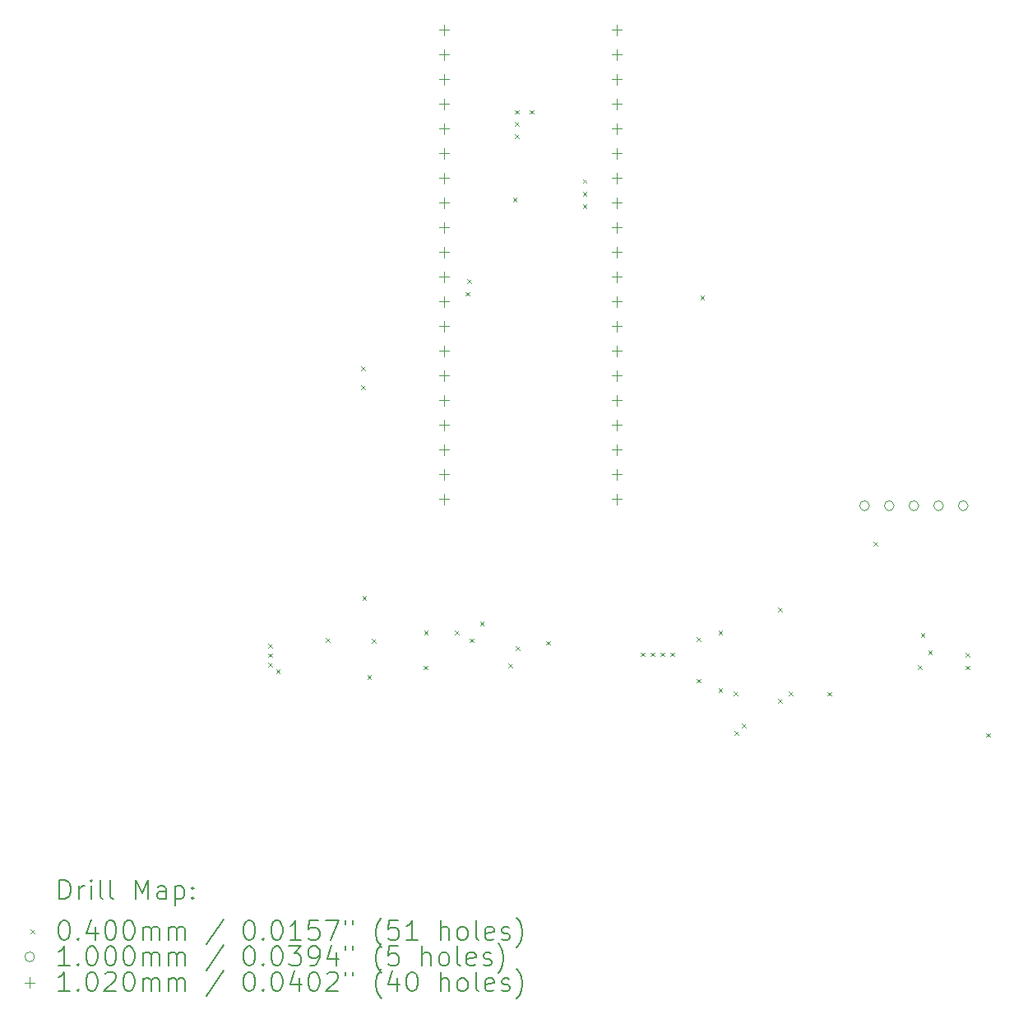
<source format=gbr>
%FSLAX45Y45*%
G04 Gerber Fmt 4.5, Leading zero omitted, Abs format (unit mm)*
G04 Created by KiCad (PCBNEW (6.0.6)) date 2022-07-23 12:01:06*
%MOMM*%
%LPD*%
G01*
G04 APERTURE LIST*
%ADD10C,0.200000*%
%ADD11C,0.040000*%
%ADD12C,0.100000*%
%ADD13C,0.102000*%
G04 APERTURE END LIST*
D10*
D11*
X11029632Y-11167448D02*
X11069632Y-11207448D01*
X11069632Y-11167448D02*
X11029632Y-11207448D01*
X11030008Y-11067498D02*
X11070008Y-11107498D01*
X11070008Y-11067498D02*
X11030008Y-11107498D01*
X11031847Y-11267694D02*
X11071847Y-11307694D01*
X11071847Y-11267694D02*
X11031847Y-11307694D01*
X11110000Y-11330000D02*
X11150000Y-11370000D01*
X11150000Y-11330000D02*
X11110000Y-11370000D01*
X11625000Y-11010000D02*
X11665000Y-11050000D01*
X11665000Y-11010000D02*
X11625000Y-11050000D01*
X11985000Y-8220000D02*
X12025000Y-8260000D01*
X12025000Y-8220000D02*
X11985000Y-8260000D01*
X11990000Y-8410000D02*
X12030000Y-8450000D01*
X12030000Y-8410000D02*
X11990000Y-8450000D01*
X12000000Y-10580000D02*
X12040000Y-10620000D01*
X12040000Y-10580000D02*
X12000000Y-10620000D01*
X12050000Y-11390000D02*
X12090000Y-11430000D01*
X12090000Y-11390000D02*
X12050000Y-11430000D01*
X12095000Y-11020000D02*
X12135000Y-11060000D01*
X12135000Y-11020000D02*
X12095000Y-11060000D01*
X12630000Y-11295000D02*
X12670000Y-11335000D01*
X12670000Y-11295000D02*
X12630000Y-11335000D01*
X12635000Y-10935050D02*
X12675000Y-10975050D01*
X12675000Y-10935050D02*
X12635000Y-10975050D01*
X12950000Y-10935050D02*
X12990000Y-10975050D01*
X12990000Y-10935050D02*
X12950000Y-10975050D01*
X13060000Y-7450000D02*
X13100000Y-7490000D01*
X13100000Y-7450000D02*
X13060000Y-7490000D01*
X13080000Y-7320000D02*
X13120000Y-7360000D01*
X13120000Y-7320000D02*
X13080000Y-7360000D01*
X13105000Y-11014950D02*
X13145000Y-11054950D01*
X13145000Y-11014950D02*
X13105000Y-11054950D01*
X13210000Y-10840000D02*
X13250000Y-10880000D01*
X13250000Y-10840000D02*
X13210000Y-10880000D01*
X13505100Y-11275000D02*
X13545100Y-11315000D01*
X13545100Y-11275000D02*
X13505100Y-11315000D01*
X13550000Y-6480000D02*
X13590000Y-6520000D01*
X13590000Y-6480000D02*
X13550000Y-6520000D01*
X13570000Y-5580000D02*
X13610000Y-5620000D01*
X13610000Y-5580000D02*
X13570000Y-5620000D01*
X13570000Y-5700000D02*
X13610000Y-5740000D01*
X13610000Y-5700000D02*
X13570000Y-5740000D01*
X13570000Y-5830000D02*
X13610000Y-5870000D01*
X13610000Y-5830000D02*
X13570000Y-5870000D01*
X13580000Y-11095000D02*
X13620000Y-11135000D01*
X13620000Y-11095000D02*
X13580000Y-11135000D01*
X13720000Y-5580000D02*
X13760000Y-5620000D01*
X13760000Y-5580000D02*
X13720000Y-5620000D01*
X13890000Y-11040000D02*
X13930000Y-11080000D01*
X13930000Y-11040000D02*
X13890000Y-11080000D01*
X14270000Y-6290000D02*
X14310000Y-6330000D01*
X14310000Y-6290000D02*
X14270000Y-6330000D01*
X14270000Y-6420000D02*
X14310000Y-6460000D01*
X14310000Y-6420000D02*
X14270000Y-6460000D01*
X14270000Y-6550000D02*
X14310000Y-6590000D01*
X14310000Y-6550000D02*
X14270000Y-6590000D01*
X14868842Y-11158783D02*
X14908842Y-11198783D01*
X14908842Y-11158783D02*
X14868842Y-11198783D01*
X14968792Y-11158648D02*
X15008792Y-11198648D01*
X15008792Y-11158648D02*
X14968792Y-11198648D01*
X15068742Y-11158798D02*
X15108742Y-11198798D01*
X15108742Y-11158798D02*
X15068742Y-11198798D01*
X15170000Y-11160000D02*
X15210000Y-11200000D01*
X15210000Y-11160000D02*
X15170000Y-11200000D01*
X15440000Y-11000000D02*
X15480000Y-11040000D01*
X15480000Y-11000000D02*
X15440000Y-11040000D01*
X15440000Y-11430000D02*
X15480000Y-11470000D01*
X15480000Y-11430000D02*
X15440000Y-11470000D01*
X15480000Y-7490000D02*
X15520000Y-7530000D01*
X15520000Y-7490000D02*
X15480000Y-7530000D01*
X15665000Y-10935000D02*
X15705000Y-10975000D01*
X15705000Y-10935000D02*
X15665000Y-10975000D01*
X15665000Y-11530000D02*
X15705000Y-11570000D01*
X15705000Y-11530000D02*
X15665000Y-11570000D01*
X15820000Y-11560000D02*
X15860000Y-11600000D01*
X15860000Y-11560000D02*
X15820000Y-11600000D01*
X15830000Y-11970000D02*
X15870000Y-12010000D01*
X15870000Y-11970000D02*
X15830000Y-12010000D01*
X15910000Y-11890000D02*
X15950000Y-11930000D01*
X15950000Y-11890000D02*
X15910000Y-11930000D01*
X16280000Y-10700000D02*
X16320000Y-10740000D01*
X16320000Y-10700000D02*
X16280000Y-10740000D01*
X16280000Y-11640000D02*
X16320000Y-11680000D01*
X16320000Y-11640000D02*
X16280000Y-11680000D01*
X16390000Y-11560000D02*
X16430000Y-11600000D01*
X16430000Y-11560000D02*
X16390000Y-11600000D01*
X16785000Y-11565000D02*
X16825000Y-11605000D01*
X16825000Y-11565000D02*
X16785000Y-11605000D01*
X17260000Y-10020000D02*
X17300000Y-10060000D01*
X17300000Y-10020000D02*
X17260000Y-10060000D01*
X17720000Y-11290000D02*
X17760000Y-11330000D01*
X17760000Y-11290000D02*
X17720000Y-11330000D01*
X17750000Y-10960000D02*
X17790000Y-11000000D01*
X17790000Y-10960000D02*
X17750000Y-11000000D01*
X17825000Y-11135000D02*
X17865000Y-11175000D01*
X17865000Y-11135000D02*
X17825000Y-11175000D01*
X18207550Y-11295000D02*
X18247550Y-11335000D01*
X18247550Y-11295000D02*
X18207550Y-11335000D01*
X18210000Y-11165000D02*
X18250000Y-11205000D01*
X18250000Y-11165000D02*
X18210000Y-11205000D01*
X18420000Y-11990000D02*
X18460000Y-12030000D01*
X18460000Y-11990000D02*
X18420000Y-12030000D01*
D12*
X17220000Y-9650000D02*
G75*
G03*
X17220000Y-9650000I-50000J0D01*
G01*
X17474000Y-9650000D02*
G75*
G03*
X17474000Y-9650000I-50000J0D01*
G01*
X17728000Y-9650000D02*
G75*
G03*
X17728000Y-9650000I-50000J0D01*
G01*
X17982000Y-9650000D02*
G75*
G03*
X17982000Y-9650000I-50000J0D01*
G01*
X18236000Y-9650000D02*
G75*
G03*
X18236000Y-9650000I-50000J0D01*
G01*
D13*
X12841000Y-4706000D02*
X12841000Y-4808000D01*
X12790000Y-4757000D02*
X12892000Y-4757000D01*
X12841000Y-4960000D02*
X12841000Y-5062000D01*
X12790000Y-5011000D02*
X12892000Y-5011000D01*
X12841000Y-5214000D02*
X12841000Y-5316000D01*
X12790000Y-5265000D02*
X12892000Y-5265000D01*
X12841000Y-5468000D02*
X12841000Y-5570000D01*
X12790000Y-5519000D02*
X12892000Y-5519000D01*
X12841000Y-5722000D02*
X12841000Y-5824000D01*
X12790000Y-5773000D02*
X12892000Y-5773000D01*
X12841000Y-5976000D02*
X12841000Y-6078000D01*
X12790000Y-6027000D02*
X12892000Y-6027000D01*
X12841000Y-6230000D02*
X12841000Y-6332000D01*
X12790000Y-6281000D02*
X12892000Y-6281000D01*
X12841000Y-6484000D02*
X12841000Y-6586000D01*
X12790000Y-6535000D02*
X12892000Y-6535000D01*
X12841000Y-6738000D02*
X12841000Y-6840000D01*
X12790000Y-6789000D02*
X12892000Y-6789000D01*
X12841000Y-6992000D02*
X12841000Y-7094000D01*
X12790000Y-7043000D02*
X12892000Y-7043000D01*
X12841000Y-7246000D02*
X12841000Y-7348000D01*
X12790000Y-7297000D02*
X12892000Y-7297000D01*
X12841000Y-7500000D02*
X12841000Y-7602000D01*
X12790000Y-7551000D02*
X12892000Y-7551000D01*
X12841000Y-7754000D02*
X12841000Y-7856000D01*
X12790000Y-7805000D02*
X12892000Y-7805000D01*
X12841000Y-8008000D02*
X12841000Y-8110000D01*
X12790000Y-8059000D02*
X12892000Y-8059000D01*
X12841000Y-8262000D02*
X12841000Y-8364000D01*
X12790000Y-8313000D02*
X12892000Y-8313000D01*
X12841000Y-8516000D02*
X12841000Y-8618000D01*
X12790000Y-8567000D02*
X12892000Y-8567000D01*
X12841000Y-8770000D02*
X12841000Y-8872000D01*
X12790000Y-8821000D02*
X12892000Y-8821000D01*
X12841000Y-9024000D02*
X12841000Y-9126000D01*
X12790000Y-9075000D02*
X12892000Y-9075000D01*
X12841000Y-9278000D02*
X12841000Y-9380000D01*
X12790000Y-9329000D02*
X12892000Y-9329000D01*
X12841000Y-9532000D02*
X12841000Y-9634000D01*
X12790000Y-9583000D02*
X12892000Y-9583000D01*
X14619000Y-4706000D02*
X14619000Y-4808000D01*
X14568000Y-4757000D02*
X14670000Y-4757000D01*
X14619000Y-4960000D02*
X14619000Y-5062000D01*
X14568000Y-5011000D02*
X14670000Y-5011000D01*
X14619000Y-5214000D02*
X14619000Y-5316000D01*
X14568000Y-5265000D02*
X14670000Y-5265000D01*
X14619000Y-5468000D02*
X14619000Y-5570000D01*
X14568000Y-5519000D02*
X14670000Y-5519000D01*
X14619000Y-5722000D02*
X14619000Y-5824000D01*
X14568000Y-5773000D02*
X14670000Y-5773000D01*
X14619000Y-5976000D02*
X14619000Y-6078000D01*
X14568000Y-6027000D02*
X14670000Y-6027000D01*
X14619000Y-6230000D02*
X14619000Y-6332000D01*
X14568000Y-6281000D02*
X14670000Y-6281000D01*
X14619000Y-6484000D02*
X14619000Y-6586000D01*
X14568000Y-6535000D02*
X14670000Y-6535000D01*
X14619000Y-6738000D02*
X14619000Y-6840000D01*
X14568000Y-6789000D02*
X14670000Y-6789000D01*
X14619000Y-6992000D02*
X14619000Y-7094000D01*
X14568000Y-7043000D02*
X14670000Y-7043000D01*
X14619000Y-7246000D02*
X14619000Y-7348000D01*
X14568000Y-7297000D02*
X14670000Y-7297000D01*
X14619000Y-7500000D02*
X14619000Y-7602000D01*
X14568000Y-7551000D02*
X14670000Y-7551000D01*
X14619000Y-7754000D02*
X14619000Y-7856000D01*
X14568000Y-7805000D02*
X14670000Y-7805000D01*
X14619000Y-8008000D02*
X14619000Y-8110000D01*
X14568000Y-8059000D02*
X14670000Y-8059000D01*
X14619000Y-8262000D02*
X14619000Y-8364000D01*
X14568000Y-8313000D02*
X14670000Y-8313000D01*
X14619000Y-8516000D02*
X14619000Y-8618000D01*
X14568000Y-8567000D02*
X14670000Y-8567000D01*
X14619000Y-8770000D02*
X14619000Y-8872000D01*
X14568000Y-8821000D02*
X14670000Y-8821000D01*
X14619000Y-9024000D02*
X14619000Y-9126000D01*
X14568000Y-9075000D02*
X14670000Y-9075000D01*
X14619000Y-9278000D02*
X14619000Y-9380000D01*
X14568000Y-9329000D02*
X14670000Y-9329000D01*
X14619000Y-9532000D02*
X14619000Y-9634000D01*
X14568000Y-9583000D02*
X14670000Y-9583000D01*
D10*
X8882633Y-13695682D02*
X8882633Y-13495682D01*
X8930252Y-13495682D01*
X8958824Y-13505206D01*
X8977871Y-13524254D01*
X8987395Y-13543301D01*
X8996919Y-13581396D01*
X8996919Y-13609968D01*
X8987395Y-13648063D01*
X8977871Y-13667111D01*
X8958824Y-13686158D01*
X8930252Y-13695682D01*
X8882633Y-13695682D01*
X9082633Y-13695682D02*
X9082633Y-13562349D01*
X9082633Y-13600444D02*
X9092157Y-13581396D01*
X9101681Y-13571873D01*
X9120728Y-13562349D01*
X9139776Y-13562349D01*
X9206443Y-13695682D02*
X9206443Y-13562349D01*
X9206443Y-13495682D02*
X9196919Y-13505206D01*
X9206443Y-13514730D01*
X9215966Y-13505206D01*
X9206443Y-13495682D01*
X9206443Y-13514730D01*
X9330252Y-13695682D02*
X9311204Y-13686158D01*
X9301681Y-13667111D01*
X9301681Y-13495682D01*
X9435014Y-13695682D02*
X9415966Y-13686158D01*
X9406443Y-13667111D01*
X9406443Y-13495682D01*
X9663585Y-13695682D02*
X9663585Y-13495682D01*
X9730252Y-13638539D01*
X9796919Y-13495682D01*
X9796919Y-13695682D01*
X9977871Y-13695682D02*
X9977871Y-13590920D01*
X9968347Y-13571873D01*
X9949300Y-13562349D01*
X9911204Y-13562349D01*
X9892157Y-13571873D01*
X9977871Y-13686158D02*
X9958824Y-13695682D01*
X9911204Y-13695682D01*
X9892157Y-13686158D01*
X9882633Y-13667111D01*
X9882633Y-13648063D01*
X9892157Y-13629015D01*
X9911204Y-13619492D01*
X9958824Y-13619492D01*
X9977871Y-13609968D01*
X10073109Y-13562349D02*
X10073109Y-13762349D01*
X10073109Y-13571873D02*
X10092157Y-13562349D01*
X10130252Y-13562349D01*
X10149300Y-13571873D01*
X10158824Y-13581396D01*
X10168347Y-13600444D01*
X10168347Y-13657587D01*
X10158824Y-13676634D01*
X10149300Y-13686158D01*
X10130252Y-13695682D01*
X10092157Y-13695682D01*
X10073109Y-13686158D01*
X10254062Y-13676634D02*
X10263585Y-13686158D01*
X10254062Y-13695682D01*
X10244538Y-13686158D01*
X10254062Y-13676634D01*
X10254062Y-13695682D01*
X10254062Y-13571873D02*
X10263585Y-13581396D01*
X10254062Y-13590920D01*
X10244538Y-13581396D01*
X10254062Y-13571873D01*
X10254062Y-13590920D01*
D11*
X8585014Y-14005206D02*
X8625014Y-14045206D01*
X8625014Y-14005206D02*
X8585014Y-14045206D01*
D10*
X8920728Y-13915682D02*
X8939776Y-13915682D01*
X8958824Y-13925206D01*
X8968347Y-13934730D01*
X8977871Y-13953777D01*
X8987395Y-13991873D01*
X8987395Y-14039492D01*
X8977871Y-14077587D01*
X8968347Y-14096634D01*
X8958824Y-14106158D01*
X8939776Y-14115682D01*
X8920728Y-14115682D01*
X8901681Y-14106158D01*
X8892157Y-14096634D01*
X8882633Y-14077587D01*
X8873109Y-14039492D01*
X8873109Y-13991873D01*
X8882633Y-13953777D01*
X8892157Y-13934730D01*
X8901681Y-13925206D01*
X8920728Y-13915682D01*
X9073109Y-14096634D02*
X9082633Y-14106158D01*
X9073109Y-14115682D01*
X9063585Y-14106158D01*
X9073109Y-14096634D01*
X9073109Y-14115682D01*
X9254062Y-13982349D02*
X9254062Y-14115682D01*
X9206443Y-13906158D02*
X9158824Y-14049015D01*
X9282633Y-14049015D01*
X9396919Y-13915682D02*
X9415966Y-13915682D01*
X9435014Y-13925206D01*
X9444538Y-13934730D01*
X9454062Y-13953777D01*
X9463585Y-13991873D01*
X9463585Y-14039492D01*
X9454062Y-14077587D01*
X9444538Y-14096634D01*
X9435014Y-14106158D01*
X9415966Y-14115682D01*
X9396919Y-14115682D01*
X9377871Y-14106158D01*
X9368347Y-14096634D01*
X9358824Y-14077587D01*
X9349300Y-14039492D01*
X9349300Y-13991873D01*
X9358824Y-13953777D01*
X9368347Y-13934730D01*
X9377871Y-13925206D01*
X9396919Y-13915682D01*
X9587395Y-13915682D02*
X9606443Y-13915682D01*
X9625490Y-13925206D01*
X9635014Y-13934730D01*
X9644538Y-13953777D01*
X9654062Y-13991873D01*
X9654062Y-14039492D01*
X9644538Y-14077587D01*
X9635014Y-14096634D01*
X9625490Y-14106158D01*
X9606443Y-14115682D01*
X9587395Y-14115682D01*
X9568347Y-14106158D01*
X9558824Y-14096634D01*
X9549300Y-14077587D01*
X9539776Y-14039492D01*
X9539776Y-13991873D01*
X9549300Y-13953777D01*
X9558824Y-13934730D01*
X9568347Y-13925206D01*
X9587395Y-13915682D01*
X9739776Y-14115682D02*
X9739776Y-13982349D01*
X9739776Y-14001396D02*
X9749300Y-13991873D01*
X9768347Y-13982349D01*
X9796919Y-13982349D01*
X9815966Y-13991873D01*
X9825490Y-14010920D01*
X9825490Y-14115682D01*
X9825490Y-14010920D02*
X9835014Y-13991873D01*
X9854062Y-13982349D01*
X9882633Y-13982349D01*
X9901681Y-13991873D01*
X9911204Y-14010920D01*
X9911204Y-14115682D01*
X10006443Y-14115682D02*
X10006443Y-13982349D01*
X10006443Y-14001396D02*
X10015966Y-13991873D01*
X10035014Y-13982349D01*
X10063585Y-13982349D01*
X10082633Y-13991873D01*
X10092157Y-14010920D01*
X10092157Y-14115682D01*
X10092157Y-14010920D02*
X10101681Y-13991873D01*
X10120728Y-13982349D01*
X10149300Y-13982349D01*
X10168347Y-13991873D01*
X10177871Y-14010920D01*
X10177871Y-14115682D01*
X10568347Y-13906158D02*
X10396919Y-14163301D01*
X10825490Y-13915682D02*
X10844538Y-13915682D01*
X10863585Y-13925206D01*
X10873109Y-13934730D01*
X10882633Y-13953777D01*
X10892157Y-13991873D01*
X10892157Y-14039492D01*
X10882633Y-14077587D01*
X10873109Y-14096634D01*
X10863585Y-14106158D01*
X10844538Y-14115682D01*
X10825490Y-14115682D01*
X10806443Y-14106158D01*
X10796919Y-14096634D01*
X10787395Y-14077587D01*
X10777871Y-14039492D01*
X10777871Y-13991873D01*
X10787395Y-13953777D01*
X10796919Y-13934730D01*
X10806443Y-13925206D01*
X10825490Y-13915682D01*
X10977871Y-14096634D02*
X10987395Y-14106158D01*
X10977871Y-14115682D01*
X10968347Y-14106158D01*
X10977871Y-14096634D01*
X10977871Y-14115682D01*
X11111204Y-13915682D02*
X11130252Y-13915682D01*
X11149300Y-13925206D01*
X11158824Y-13934730D01*
X11168347Y-13953777D01*
X11177871Y-13991873D01*
X11177871Y-14039492D01*
X11168347Y-14077587D01*
X11158824Y-14096634D01*
X11149300Y-14106158D01*
X11130252Y-14115682D01*
X11111204Y-14115682D01*
X11092157Y-14106158D01*
X11082633Y-14096634D01*
X11073109Y-14077587D01*
X11063585Y-14039492D01*
X11063585Y-13991873D01*
X11073109Y-13953777D01*
X11082633Y-13934730D01*
X11092157Y-13925206D01*
X11111204Y-13915682D01*
X11368347Y-14115682D02*
X11254062Y-14115682D01*
X11311204Y-14115682D02*
X11311204Y-13915682D01*
X11292157Y-13944254D01*
X11273109Y-13963301D01*
X11254062Y-13972825D01*
X11549300Y-13915682D02*
X11454062Y-13915682D01*
X11444538Y-14010920D01*
X11454062Y-14001396D01*
X11473109Y-13991873D01*
X11520728Y-13991873D01*
X11539776Y-14001396D01*
X11549300Y-14010920D01*
X11558823Y-14029968D01*
X11558823Y-14077587D01*
X11549300Y-14096634D01*
X11539776Y-14106158D01*
X11520728Y-14115682D01*
X11473109Y-14115682D01*
X11454062Y-14106158D01*
X11444538Y-14096634D01*
X11625490Y-13915682D02*
X11758823Y-13915682D01*
X11673109Y-14115682D01*
X11825490Y-13915682D02*
X11825490Y-13953777D01*
X11901681Y-13915682D02*
X11901681Y-13953777D01*
X12196919Y-14191873D02*
X12187395Y-14182349D01*
X12168347Y-14153777D01*
X12158823Y-14134730D01*
X12149300Y-14106158D01*
X12139776Y-14058539D01*
X12139776Y-14020444D01*
X12149300Y-13972825D01*
X12158823Y-13944254D01*
X12168347Y-13925206D01*
X12187395Y-13896634D01*
X12196919Y-13887111D01*
X12368347Y-13915682D02*
X12273109Y-13915682D01*
X12263585Y-14010920D01*
X12273109Y-14001396D01*
X12292157Y-13991873D01*
X12339776Y-13991873D01*
X12358823Y-14001396D01*
X12368347Y-14010920D01*
X12377871Y-14029968D01*
X12377871Y-14077587D01*
X12368347Y-14096634D01*
X12358823Y-14106158D01*
X12339776Y-14115682D01*
X12292157Y-14115682D01*
X12273109Y-14106158D01*
X12263585Y-14096634D01*
X12568347Y-14115682D02*
X12454062Y-14115682D01*
X12511204Y-14115682D02*
X12511204Y-13915682D01*
X12492157Y-13944254D01*
X12473109Y-13963301D01*
X12454062Y-13972825D01*
X12806442Y-14115682D02*
X12806442Y-13915682D01*
X12892157Y-14115682D02*
X12892157Y-14010920D01*
X12882633Y-13991873D01*
X12863585Y-13982349D01*
X12835014Y-13982349D01*
X12815966Y-13991873D01*
X12806442Y-14001396D01*
X13015966Y-14115682D02*
X12996919Y-14106158D01*
X12987395Y-14096634D01*
X12977871Y-14077587D01*
X12977871Y-14020444D01*
X12987395Y-14001396D01*
X12996919Y-13991873D01*
X13015966Y-13982349D01*
X13044538Y-13982349D01*
X13063585Y-13991873D01*
X13073109Y-14001396D01*
X13082633Y-14020444D01*
X13082633Y-14077587D01*
X13073109Y-14096634D01*
X13063585Y-14106158D01*
X13044538Y-14115682D01*
X13015966Y-14115682D01*
X13196919Y-14115682D02*
X13177871Y-14106158D01*
X13168347Y-14087111D01*
X13168347Y-13915682D01*
X13349300Y-14106158D02*
X13330252Y-14115682D01*
X13292157Y-14115682D01*
X13273109Y-14106158D01*
X13263585Y-14087111D01*
X13263585Y-14010920D01*
X13273109Y-13991873D01*
X13292157Y-13982349D01*
X13330252Y-13982349D01*
X13349300Y-13991873D01*
X13358823Y-14010920D01*
X13358823Y-14029968D01*
X13263585Y-14049015D01*
X13435014Y-14106158D02*
X13454062Y-14115682D01*
X13492157Y-14115682D01*
X13511204Y-14106158D01*
X13520728Y-14087111D01*
X13520728Y-14077587D01*
X13511204Y-14058539D01*
X13492157Y-14049015D01*
X13463585Y-14049015D01*
X13444538Y-14039492D01*
X13435014Y-14020444D01*
X13435014Y-14010920D01*
X13444538Y-13991873D01*
X13463585Y-13982349D01*
X13492157Y-13982349D01*
X13511204Y-13991873D01*
X13587395Y-14191873D02*
X13596919Y-14182349D01*
X13615966Y-14153777D01*
X13625490Y-14134730D01*
X13635014Y-14106158D01*
X13644538Y-14058539D01*
X13644538Y-14020444D01*
X13635014Y-13972825D01*
X13625490Y-13944254D01*
X13615966Y-13925206D01*
X13596919Y-13896634D01*
X13587395Y-13887111D01*
D12*
X8625014Y-14289206D02*
G75*
G03*
X8625014Y-14289206I-50000J0D01*
G01*
D10*
X8987395Y-14379682D02*
X8873109Y-14379682D01*
X8930252Y-14379682D02*
X8930252Y-14179682D01*
X8911204Y-14208254D01*
X8892157Y-14227301D01*
X8873109Y-14236825D01*
X9073109Y-14360634D02*
X9082633Y-14370158D01*
X9073109Y-14379682D01*
X9063585Y-14370158D01*
X9073109Y-14360634D01*
X9073109Y-14379682D01*
X9206443Y-14179682D02*
X9225490Y-14179682D01*
X9244538Y-14189206D01*
X9254062Y-14198730D01*
X9263585Y-14217777D01*
X9273109Y-14255873D01*
X9273109Y-14303492D01*
X9263585Y-14341587D01*
X9254062Y-14360634D01*
X9244538Y-14370158D01*
X9225490Y-14379682D01*
X9206443Y-14379682D01*
X9187395Y-14370158D01*
X9177871Y-14360634D01*
X9168347Y-14341587D01*
X9158824Y-14303492D01*
X9158824Y-14255873D01*
X9168347Y-14217777D01*
X9177871Y-14198730D01*
X9187395Y-14189206D01*
X9206443Y-14179682D01*
X9396919Y-14179682D02*
X9415966Y-14179682D01*
X9435014Y-14189206D01*
X9444538Y-14198730D01*
X9454062Y-14217777D01*
X9463585Y-14255873D01*
X9463585Y-14303492D01*
X9454062Y-14341587D01*
X9444538Y-14360634D01*
X9435014Y-14370158D01*
X9415966Y-14379682D01*
X9396919Y-14379682D01*
X9377871Y-14370158D01*
X9368347Y-14360634D01*
X9358824Y-14341587D01*
X9349300Y-14303492D01*
X9349300Y-14255873D01*
X9358824Y-14217777D01*
X9368347Y-14198730D01*
X9377871Y-14189206D01*
X9396919Y-14179682D01*
X9587395Y-14179682D02*
X9606443Y-14179682D01*
X9625490Y-14189206D01*
X9635014Y-14198730D01*
X9644538Y-14217777D01*
X9654062Y-14255873D01*
X9654062Y-14303492D01*
X9644538Y-14341587D01*
X9635014Y-14360634D01*
X9625490Y-14370158D01*
X9606443Y-14379682D01*
X9587395Y-14379682D01*
X9568347Y-14370158D01*
X9558824Y-14360634D01*
X9549300Y-14341587D01*
X9539776Y-14303492D01*
X9539776Y-14255873D01*
X9549300Y-14217777D01*
X9558824Y-14198730D01*
X9568347Y-14189206D01*
X9587395Y-14179682D01*
X9739776Y-14379682D02*
X9739776Y-14246349D01*
X9739776Y-14265396D02*
X9749300Y-14255873D01*
X9768347Y-14246349D01*
X9796919Y-14246349D01*
X9815966Y-14255873D01*
X9825490Y-14274920D01*
X9825490Y-14379682D01*
X9825490Y-14274920D02*
X9835014Y-14255873D01*
X9854062Y-14246349D01*
X9882633Y-14246349D01*
X9901681Y-14255873D01*
X9911204Y-14274920D01*
X9911204Y-14379682D01*
X10006443Y-14379682D02*
X10006443Y-14246349D01*
X10006443Y-14265396D02*
X10015966Y-14255873D01*
X10035014Y-14246349D01*
X10063585Y-14246349D01*
X10082633Y-14255873D01*
X10092157Y-14274920D01*
X10092157Y-14379682D01*
X10092157Y-14274920D02*
X10101681Y-14255873D01*
X10120728Y-14246349D01*
X10149300Y-14246349D01*
X10168347Y-14255873D01*
X10177871Y-14274920D01*
X10177871Y-14379682D01*
X10568347Y-14170158D02*
X10396919Y-14427301D01*
X10825490Y-14179682D02*
X10844538Y-14179682D01*
X10863585Y-14189206D01*
X10873109Y-14198730D01*
X10882633Y-14217777D01*
X10892157Y-14255873D01*
X10892157Y-14303492D01*
X10882633Y-14341587D01*
X10873109Y-14360634D01*
X10863585Y-14370158D01*
X10844538Y-14379682D01*
X10825490Y-14379682D01*
X10806443Y-14370158D01*
X10796919Y-14360634D01*
X10787395Y-14341587D01*
X10777871Y-14303492D01*
X10777871Y-14255873D01*
X10787395Y-14217777D01*
X10796919Y-14198730D01*
X10806443Y-14189206D01*
X10825490Y-14179682D01*
X10977871Y-14360634D02*
X10987395Y-14370158D01*
X10977871Y-14379682D01*
X10968347Y-14370158D01*
X10977871Y-14360634D01*
X10977871Y-14379682D01*
X11111204Y-14179682D02*
X11130252Y-14179682D01*
X11149300Y-14189206D01*
X11158824Y-14198730D01*
X11168347Y-14217777D01*
X11177871Y-14255873D01*
X11177871Y-14303492D01*
X11168347Y-14341587D01*
X11158824Y-14360634D01*
X11149300Y-14370158D01*
X11130252Y-14379682D01*
X11111204Y-14379682D01*
X11092157Y-14370158D01*
X11082633Y-14360634D01*
X11073109Y-14341587D01*
X11063585Y-14303492D01*
X11063585Y-14255873D01*
X11073109Y-14217777D01*
X11082633Y-14198730D01*
X11092157Y-14189206D01*
X11111204Y-14179682D01*
X11244538Y-14179682D02*
X11368347Y-14179682D01*
X11301681Y-14255873D01*
X11330252Y-14255873D01*
X11349300Y-14265396D01*
X11358823Y-14274920D01*
X11368347Y-14293968D01*
X11368347Y-14341587D01*
X11358823Y-14360634D01*
X11349300Y-14370158D01*
X11330252Y-14379682D01*
X11273109Y-14379682D01*
X11254062Y-14370158D01*
X11244538Y-14360634D01*
X11463585Y-14379682D02*
X11501681Y-14379682D01*
X11520728Y-14370158D01*
X11530252Y-14360634D01*
X11549300Y-14332063D01*
X11558823Y-14293968D01*
X11558823Y-14217777D01*
X11549300Y-14198730D01*
X11539776Y-14189206D01*
X11520728Y-14179682D01*
X11482633Y-14179682D01*
X11463585Y-14189206D01*
X11454062Y-14198730D01*
X11444538Y-14217777D01*
X11444538Y-14265396D01*
X11454062Y-14284444D01*
X11463585Y-14293968D01*
X11482633Y-14303492D01*
X11520728Y-14303492D01*
X11539776Y-14293968D01*
X11549300Y-14284444D01*
X11558823Y-14265396D01*
X11730252Y-14246349D02*
X11730252Y-14379682D01*
X11682633Y-14170158D02*
X11635014Y-14313015D01*
X11758823Y-14313015D01*
X11825490Y-14179682D02*
X11825490Y-14217777D01*
X11901681Y-14179682D02*
X11901681Y-14217777D01*
X12196919Y-14455873D02*
X12187395Y-14446349D01*
X12168347Y-14417777D01*
X12158823Y-14398730D01*
X12149300Y-14370158D01*
X12139776Y-14322539D01*
X12139776Y-14284444D01*
X12149300Y-14236825D01*
X12158823Y-14208254D01*
X12168347Y-14189206D01*
X12187395Y-14160634D01*
X12196919Y-14151111D01*
X12368347Y-14179682D02*
X12273109Y-14179682D01*
X12263585Y-14274920D01*
X12273109Y-14265396D01*
X12292157Y-14255873D01*
X12339776Y-14255873D01*
X12358823Y-14265396D01*
X12368347Y-14274920D01*
X12377871Y-14293968D01*
X12377871Y-14341587D01*
X12368347Y-14360634D01*
X12358823Y-14370158D01*
X12339776Y-14379682D01*
X12292157Y-14379682D01*
X12273109Y-14370158D01*
X12263585Y-14360634D01*
X12615966Y-14379682D02*
X12615966Y-14179682D01*
X12701681Y-14379682D02*
X12701681Y-14274920D01*
X12692157Y-14255873D01*
X12673109Y-14246349D01*
X12644538Y-14246349D01*
X12625490Y-14255873D01*
X12615966Y-14265396D01*
X12825490Y-14379682D02*
X12806442Y-14370158D01*
X12796919Y-14360634D01*
X12787395Y-14341587D01*
X12787395Y-14284444D01*
X12796919Y-14265396D01*
X12806442Y-14255873D01*
X12825490Y-14246349D01*
X12854062Y-14246349D01*
X12873109Y-14255873D01*
X12882633Y-14265396D01*
X12892157Y-14284444D01*
X12892157Y-14341587D01*
X12882633Y-14360634D01*
X12873109Y-14370158D01*
X12854062Y-14379682D01*
X12825490Y-14379682D01*
X13006442Y-14379682D02*
X12987395Y-14370158D01*
X12977871Y-14351111D01*
X12977871Y-14179682D01*
X13158823Y-14370158D02*
X13139776Y-14379682D01*
X13101681Y-14379682D01*
X13082633Y-14370158D01*
X13073109Y-14351111D01*
X13073109Y-14274920D01*
X13082633Y-14255873D01*
X13101681Y-14246349D01*
X13139776Y-14246349D01*
X13158823Y-14255873D01*
X13168347Y-14274920D01*
X13168347Y-14293968D01*
X13073109Y-14313015D01*
X13244538Y-14370158D02*
X13263585Y-14379682D01*
X13301681Y-14379682D01*
X13320728Y-14370158D01*
X13330252Y-14351111D01*
X13330252Y-14341587D01*
X13320728Y-14322539D01*
X13301681Y-14313015D01*
X13273109Y-14313015D01*
X13254062Y-14303492D01*
X13244538Y-14284444D01*
X13244538Y-14274920D01*
X13254062Y-14255873D01*
X13273109Y-14246349D01*
X13301681Y-14246349D01*
X13320728Y-14255873D01*
X13396919Y-14455873D02*
X13406442Y-14446349D01*
X13425490Y-14417777D01*
X13435014Y-14398730D01*
X13444538Y-14370158D01*
X13454062Y-14322539D01*
X13454062Y-14284444D01*
X13444538Y-14236825D01*
X13435014Y-14208254D01*
X13425490Y-14189206D01*
X13406442Y-14160634D01*
X13396919Y-14151111D01*
D13*
X8574014Y-14502206D02*
X8574014Y-14604206D01*
X8523014Y-14553206D02*
X8625014Y-14553206D01*
D10*
X8987395Y-14643682D02*
X8873109Y-14643682D01*
X8930252Y-14643682D02*
X8930252Y-14443682D01*
X8911204Y-14472254D01*
X8892157Y-14491301D01*
X8873109Y-14500825D01*
X9073109Y-14624634D02*
X9082633Y-14634158D01*
X9073109Y-14643682D01*
X9063585Y-14634158D01*
X9073109Y-14624634D01*
X9073109Y-14643682D01*
X9206443Y-14443682D02*
X9225490Y-14443682D01*
X9244538Y-14453206D01*
X9254062Y-14462730D01*
X9263585Y-14481777D01*
X9273109Y-14519873D01*
X9273109Y-14567492D01*
X9263585Y-14605587D01*
X9254062Y-14624634D01*
X9244538Y-14634158D01*
X9225490Y-14643682D01*
X9206443Y-14643682D01*
X9187395Y-14634158D01*
X9177871Y-14624634D01*
X9168347Y-14605587D01*
X9158824Y-14567492D01*
X9158824Y-14519873D01*
X9168347Y-14481777D01*
X9177871Y-14462730D01*
X9187395Y-14453206D01*
X9206443Y-14443682D01*
X9349300Y-14462730D02*
X9358824Y-14453206D01*
X9377871Y-14443682D01*
X9425490Y-14443682D01*
X9444538Y-14453206D01*
X9454062Y-14462730D01*
X9463585Y-14481777D01*
X9463585Y-14500825D01*
X9454062Y-14529396D01*
X9339776Y-14643682D01*
X9463585Y-14643682D01*
X9587395Y-14443682D02*
X9606443Y-14443682D01*
X9625490Y-14453206D01*
X9635014Y-14462730D01*
X9644538Y-14481777D01*
X9654062Y-14519873D01*
X9654062Y-14567492D01*
X9644538Y-14605587D01*
X9635014Y-14624634D01*
X9625490Y-14634158D01*
X9606443Y-14643682D01*
X9587395Y-14643682D01*
X9568347Y-14634158D01*
X9558824Y-14624634D01*
X9549300Y-14605587D01*
X9539776Y-14567492D01*
X9539776Y-14519873D01*
X9549300Y-14481777D01*
X9558824Y-14462730D01*
X9568347Y-14453206D01*
X9587395Y-14443682D01*
X9739776Y-14643682D02*
X9739776Y-14510349D01*
X9739776Y-14529396D02*
X9749300Y-14519873D01*
X9768347Y-14510349D01*
X9796919Y-14510349D01*
X9815966Y-14519873D01*
X9825490Y-14538920D01*
X9825490Y-14643682D01*
X9825490Y-14538920D02*
X9835014Y-14519873D01*
X9854062Y-14510349D01*
X9882633Y-14510349D01*
X9901681Y-14519873D01*
X9911204Y-14538920D01*
X9911204Y-14643682D01*
X10006443Y-14643682D02*
X10006443Y-14510349D01*
X10006443Y-14529396D02*
X10015966Y-14519873D01*
X10035014Y-14510349D01*
X10063585Y-14510349D01*
X10082633Y-14519873D01*
X10092157Y-14538920D01*
X10092157Y-14643682D01*
X10092157Y-14538920D02*
X10101681Y-14519873D01*
X10120728Y-14510349D01*
X10149300Y-14510349D01*
X10168347Y-14519873D01*
X10177871Y-14538920D01*
X10177871Y-14643682D01*
X10568347Y-14434158D02*
X10396919Y-14691301D01*
X10825490Y-14443682D02*
X10844538Y-14443682D01*
X10863585Y-14453206D01*
X10873109Y-14462730D01*
X10882633Y-14481777D01*
X10892157Y-14519873D01*
X10892157Y-14567492D01*
X10882633Y-14605587D01*
X10873109Y-14624634D01*
X10863585Y-14634158D01*
X10844538Y-14643682D01*
X10825490Y-14643682D01*
X10806443Y-14634158D01*
X10796919Y-14624634D01*
X10787395Y-14605587D01*
X10777871Y-14567492D01*
X10777871Y-14519873D01*
X10787395Y-14481777D01*
X10796919Y-14462730D01*
X10806443Y-14453206D01*
X10825490Y-14443682D01*
X10977871Y-14624634D02*
X10987395Y-14634158D01*
X10977871Y-14643682D01*
X10968347Y-14634158D01*
X10977871Y-14624634D01*
X10977871Y-14643682D01*
X11111204Y-14443682D02*
X11130252Y-14443682D01*
X11149300Y-14453206D01*
X11158824Y-14462730D01*
X11168347Y-14481777D01*
X11177871Y-14519873D01*
X11177871Y-14567492D01*
X11168347Y-14605587D01*
X11158824Y-14624634D01*
X11149300Y-14634158D01*
X11130252Y-14643682D01*
X11111204Y-14643682D01*
X11092157Y-14634158D01*
X11082633Y-14624634D01*
X11073109Y-14605587D01*
X11063585Y-14567492D01*
X11063585Y-14519873D01*
X11073109Y-14481777D01*
X11082633Y-14462730D01*
X11092157Y-14453206D01*
X11111204Y-14443682D01*
X11349300Y-14510349D02*
X11349300Y-14643682D01*
X11301681Y-14434158D02*
X11254062Y-14577015D01*
X11377871Y-14577015D01*
X11492157Y-14443682D02*
X11511204Y-14443682D01*
X11530252Y-14453206D01*
X11539776Y-14462730D01*
X11549300Y-14481777D01*
X11558823Y-14519873D01*
X11558823Y-14567492D01*
X11549300Y-14605587D01*
X11539776Y-14624634D01*
X11530252Y-14634158D01*
X11511204Y-14643682D01*
X11492157Y-14643682D01*
X11473109Y-14634158D01*
X11463585Y-14624634D01*
X11454062Y-14605587D01*
X11444538Y-14567492D01*
X11444538Y-14519873D01*
X11454062Y-14481777D01*
X11463585Y-14462730D01*
X11473109Y-14453206D01*
X11492157Y-14443682D01*
X11635014Y-14462730D02*
X11644538Y-14453206D01*
X11663585Y-14443682D01*
X11711204Y-14443682D01*
X11730252Y-14453206D01*
X11739776Y-14462730D01*
X11749300Y-14481777D01*
X11749300Y-14500825D01*
X11739776Y-14529396D01*
X11625490Y-14643682D01*
X11749300Y-14643682D01*
X11825490Y-14443682D02*
X11825490Y-14481777D01*
X11901681Y-14443682D02*
X11901681Y-14481777D01*
X12196919Y-14719873D02*
X12187395Y-14710349D01*
X12168347Y-14681777D01*
X12158823Y-14662730D01*
X12149300Y-14634158D01*
X12139776Y-14586539D01*
X12139776Y-14548444D01*
X12149300Y-14500825D01*
X12158823Y-14472254D01*
X12168347Y-14453206D01*
X12187395Y-14424634D01*
X12196919Y-14415111D01*
X12358823Y-14510349D02*
X12358823Y-14643682D01*
X12311204Y-14434158D02*
X12263585Y-14577015D01*
X12387395Y-14577015D01*
X12501681Y-14443682D02*
X12520728Y-14443682D01*
X12539776Y-14453206D01*
X12549300Y-14462730D01*
X12558823Y-14481777D01*
X12568347Y-14519873D01*
X12568347Y-14567492D01*
X12558823Y-14605587D01*
X12549300Y-14624634D01*
X12539776Y-14634158D01*
X12520728Y-14643682D01*
X12501681Y-14643682D01*
X12482633Y-14634158D01*
X12473109Y-14624634D01*
X12463585Y-14605587D01*
X12454062Y-14567492D01*
X12454062Y-14519873D01*
X12463585Y-14481777D01*
X12473109Y-14462730D01*
X12482633Y-14453206D01*
X12501681Y-14443682D01*
X12806442Y-14643682D02*
X12806442Y-14443682D01*
X12892157Y-14643682D02*
X12892157Y-14538920D01*
X12882633Y-14519873D01*
X12863585Y-14510349D01*
X12835014Y-14510349D01*
X12815966Y-14519873D01*
X12806442Y-14529396D01*
X13015966Y-14643682D02*
X12996919Y-14634158D01*
X12987395Y-14624634D01*
X12977871Y-14605587D01*
X12977871Y-14548444D01*
X12987395Y-14529396D01*
X12996919Y-14519873D01*
X13015966Y-14510349D01*
X13044538Y-14510349D01*
X13063585Y-14519873D01*
X13073109Y-14529396D01*
X13082633Y-14548444D01*
X13082633Y-14605587D01*
X13073109Y-14624634D01*
X13063585Y-14634158D01*
X13044538Y-14643682D01*
X13015966Y-14643682D01*
X13196919Y-14643682D02*
X13177871Y-14634158D01*
X13168347Y-14615111D01*
X13168347Y-14443682D01*
X13349300Y-14634158D02*
X13330252Y-14643682D01*
X13292157Y-14643682D01*
X13273109Y-14634158D01*
X13263585Y-14615111D01*
X13263585Y-14538920D01*
X13273109Y-14519873D01*
X13292157Y-14510349D01*
X13330252Y-14510349D01*
X13349300Y-14519873D01*
X13358823Y-14538920D01*
X13358823Y-14557968D01*
X13263585Y-14577015D01*
X13435014Y-14634158D02*
X13454062Y-14643682D01*
X13492157Y-14643682D01*
X13511204Y-14634158D01*
X13520728Y-14615111D01*
X13520728Y-14605587D01*
X13511204Y-14586539D01*
X13492157Y-14577015D01*
X13463585Y-14577015D01*
X13444538Y-14567492D01*
X13435014Y-14548444D01*
X13435014Y-14538920D01*
X13444538Y-14519873D01*
X13463585Y-14510349D01*
X13492157Y-14510349D01*
X13511204Y-14519873D01*
X13587395Y-14719873D02*
X13596919Y-14710349D01*
X13615966Y-14681777D01*
X13625490Y-14662730D01*
X13635014Y-14634158D01*
X13644538Y-14586539D01*
X13644538Y-14548444D01*
X13635014Y-14500825D01*
X13625490Y-14472254D01*
X13615966Y-14453206D01*
X13596919Y-14424634D01*
X13587395Y-14415111D01*
M02*

</source>
